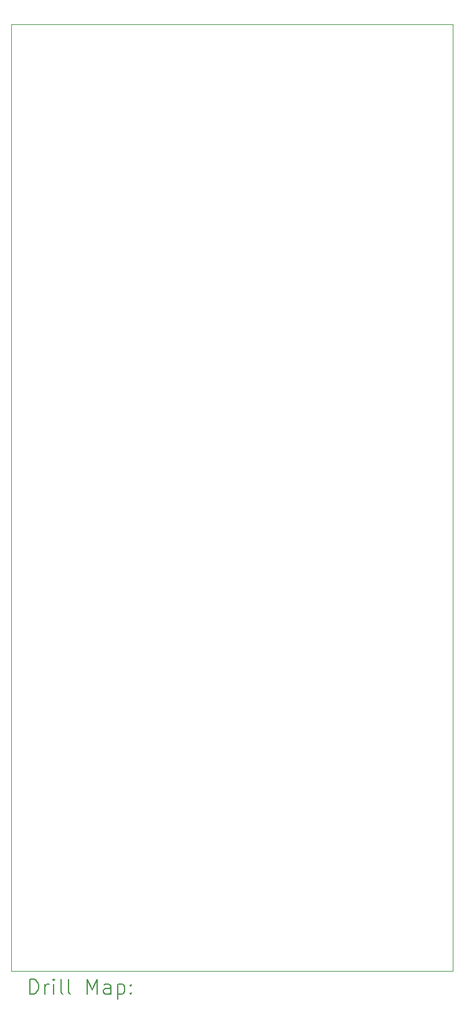
<source format=gbr>
%TF.GenerationSoftware,KiCad,Pcbnew,6.0.11+dfsg-1~bpo11+1*%
%TF.CreationDate,Date%
%TF.ProjectId,MS20-VCF,4d533230-2d56-4434-962e-6b696361645f,rev?*%
%TF.SameCoordinates,Original*%
%TF.FileFunction,Drillmap*%
%TF.FilePolarity,Positive*%
%FSLAX45Y45*%
G04 Gerber Fmt 4.5, Leading zero omitted, Abs format (unit mm)*
G04 Created by KiCad*
%MOMM*%
%LPD*%
G01*
G04 APERTURE LIST*
%ADD10C,0.050000*%
%ADD11C,0.200000*%
G04 APERTURE END LIST*
D10*
X12990000Y-3710000D02*
X12990000Y-16560000D01*
X6990000Y-16560000D02*
X6990000Y-16110000D01*
X6990000Y-3710000D02*
X6990000Y-16110000D01*
X12990000Y-16560000D02*
X6990000Y-16560000D01*
X6990000Y-3710000D02*
X12990000Y-3710000D01*
D11*
X7245119Y-16872976D02*
X7245119Y-16672976D01*
X7292738Y-16672976D01*
X7321309Y-16682500D01*
X7340357Y-16701548D01*
X7349881Y-16720595D01*
X7359405Y-16758690D01*
X7359405Y-16787262D01*
X7349881Y-16825357D01*
X7340357Y-16844405D01*
X7321309Y-16863452D01*
X7292738Y-16872976D01*
X7245119Y-16872976D01*
X7445119Y-16872976D02*
X7445119Y-16739643D01*
X7445119Y-16777738D02*
X7454643Y-16758690D01*
X7464166Y-16749167D01*
X7483214Y-16739643D01*
X7502262Y-16739643D01*
X7568928Y-16872976D02*
X7568928Y-16739643D01*
X7568928Y-16672976D02*
X7559405Y-16682500D01*
X7568928Y-16692024D01*
X7578452Y-16682500D01*
X7568928Y-16672976D01*
X7568928Y-16692024D01*
X7692738Y-16872976D02*
X7673690Y-16863452D01*
X7664166Y-16844405D01*
X7664166Y-16672976D01*
X7797500Y-16872976D02*
X7778452Y-16863452D01*
X7768928Y-16844405D01*
X7768928Y-16672976D01*
X8026071Y-16872976D02*
X8026071Y-16672976D01*
X8092738Y-16815833D01*
X8159405Y-16672976D01*
X8159405Y-16872976D01*
X8340357Y-16872976D02*
X8340357Y-16768214D01*
X8330833Y-16749167D01*
X8311786Y-16739643D01*
X8273690Y-16739643D01*
X8254643Y-16749167D01*
X8340357Y-16863452D02*
X8321309Y-16872976D01*
X8273690Y-16872976D01*
X8254643Y-16863452D01*
X8245119Y-16844405D01*
X8245119Y-16825357D01*
X8254643Y-16806310D01*
X8273690Y-16796786D01*
X8321309Y-16796786D01*
X8340357Y-16787262D01*
X8435595Y-16739643D02*
X8435595Y-16939643D01*
X8435595Y-16749167D02*
X8454643Y-16739643D01*
X8492738Y-16739643D01*
X8511786Y-16749167D01*
X8521309Y-16758690D01*
X8530833Y-16777738D01*
X8530833Y-16834881D01*
X8521309Y-16853929D01*
X8511786Y-16863452D01*
X8492738Y-16872976D01*
X8454643Y-16872976D01*
X8435595Y-16863452D01*
X8616548Y-16853929D02*
X8626071Y-16863452D01*
X8616548Y-16872976D01*
X8607024Y-16863452D01*
X8616548Y-16853929D01*
X8616548Y-16872976D01*
X8616548Y-16749167D02*
X8626071Y-16758690D01*
X8616548Y-16768214D01*
X8607024Y-16758690D01*
X8616548Y-16749167D01*
X8616548Y-16768214D01*
M02*

</source>
